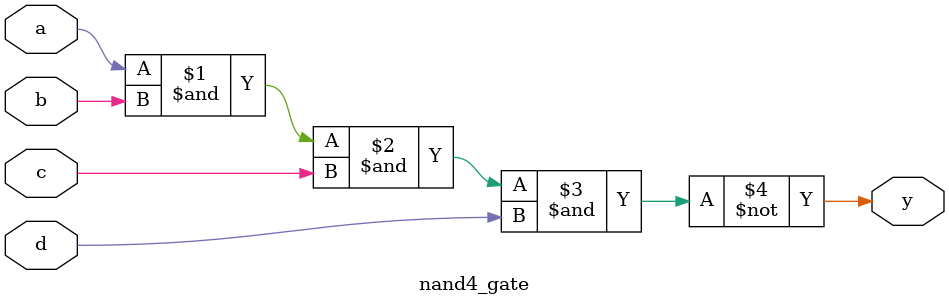
<source format=sv>
module top_module(
	input p1a, 
	input p1b, 
	input p1c, 
	input p1d, 
	output p1y, 
	input p2a, 
	input p2b, 
	input p2c, 
	input p2d, 
	output p2y
);

nand4_gate ng1(.a(p1a), .b(p1b), .c(p1c), .d(p1d), .y(p1y)); 
nand4_gate ng2(.a(p2a), .b(p2b), .c(p2c), .d(p2d), .y(p2y)); 

endmodule
module nand4_gate (
	input a,
	input b,
	input c,
	input d,
	output y
);

	assign y = ~(a & b & c & d);

endmodule

</source>
